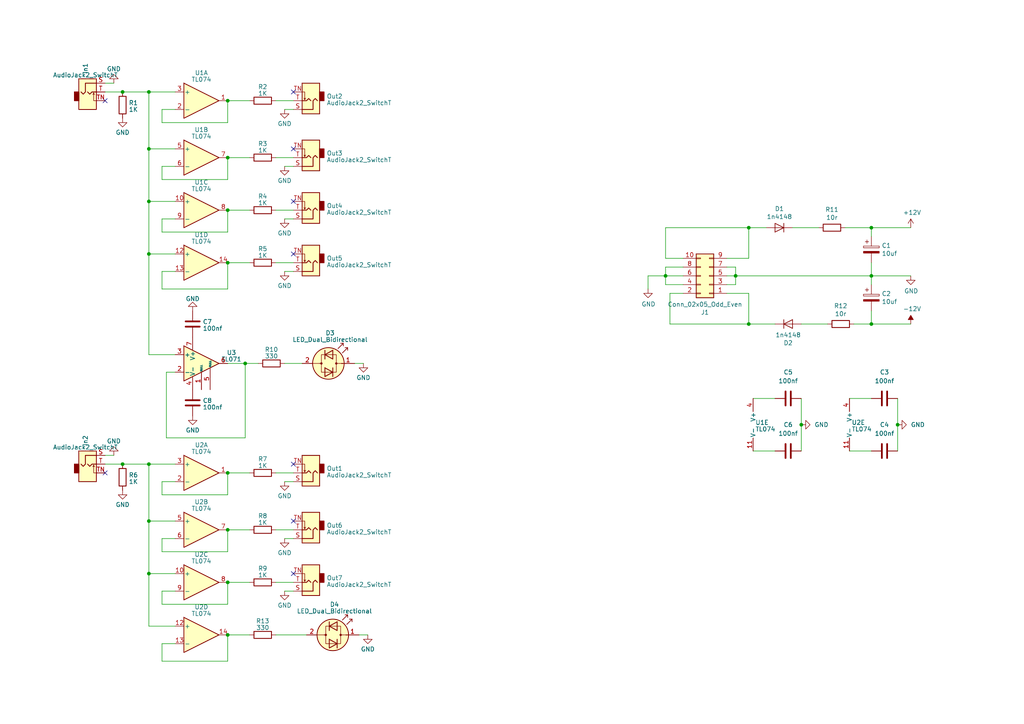
<source format=kicad_sch>
(kicad_sch (version 20230121) (generator eeschema)
  (paper "A4")
  (lib_symbols
    (symbol "Amplifier_Operational:TL071" (pin_names (offset 0.127))
      (property "Reference" "U" (at 0 6.35 0))
      (property "Value" "TL071" (at 0 3.81 0))
      (symbol "TL071_0_1"
        (polyline (pts (xy -5.08 5.08) (xy 5.08 0) (xy -5.08 -5.08) (xy -5.08 5.08)) (stroke (width 0.254)) (fill (type background)))
      )
      (symbol "TL071_1_1"
        (pin input line (at 0 -7.62 90) (length 5.08) (name "NULL") (number "1"))
        (pin input line (at -7.62 -2.54 0) (length 2.54) (name "-") (number "2"))
        (pin input line (at -7.62 2.54 0) (length 2.54) (name "+") (number "3"))
        (pin power_in line (at -2.54 -7.62 90) (length 3.81) (name "V-") (number "4"))
        (pin input line (at 2.54 -7.62 90) (length 6.35) (name "NULL") (number "5"))
        (pin output line (at 7.62 0 180) (length 2.54) (name "~") (number "6"))
        (pin power_in line (at -2.54 7.62 270) (length 3.81) (name "V+") (number "7"))
        (pin no_connect line (at 0 2.54 270) (length 2.54) hide (name "NC") (number "8"))
      )
    )
    (symbol "Amplifier_Operational:TL074" (pin_names (offset 0.127))
      (property "Reference" "U" (at 0 5.08 0))
      (property "Value" "TL074" (at 0 -5.08 0))
      (symbol "TL074_1_1"
        (polyline (pts (xy -5.08 5.08) (xy 5.08 0) (xy -5.08 -5.08) (xy -5.08 5.08)) (stroke (width 0.254)) (fill (type background)))
        (pin output line (at 7.62 0 180) (length 2.54) (name "~") (number "1"))
        (pin input line (at -7.62 -2.54 0) (length 2.54) (name "-") (number "2"))
        (pin input line (at -7.62 2.54 0) (length 2.54) (name "+") (number "3"))
      )
      (symbol "TL074_2_1"
        (polyline (pts (xy -5.08 5.08) (xy 5.08 0) (xy -5.08 -5.08) (xy -5.08 5.08)) (stroke (width 0.254)) (fill (type background)))
        (pin input line (at -7.62 2.54 0) (length 2.54) (name "+") (number "5"))
        (pin input line (at -7.62 -2.54 0) (length 2.54) (name "-") (number "6"))
        (pin output line (at 7.62 0 180) (length 2.54) (name "~") (number "7"))
      )
      (symbol "TL074_3_1"
        (polyline (pts (xy -5.08 5.08) (xy 5.08 0) (xy -5.08 -5.08) (xy -5.08 5.08)) (stroke (width 0.254)) (fill (type background)))
        (pin input line (at -7.62 2.54 0) (length 2.54) (name "+") (number "10"))
        (pin output line (at 7.62 0 180) (length 2.54) (name "~") (number "8"))
        (pin input line (at -7.62 -2.54 0) (length 2.54) (name "-") (number "9"))
      )
      (symbol "TL074_4_1"
        (polyline (pts (xy -5.08 5.08) (xy 5.08 0) (xy -5.08 -5.08) (xy -5.08 5.08)) (stroke (width 0.254)) (fill (type background)))
        (pin input line (at -7.62 2.54 0) (length 2.54) (name "+") (number "12"))
        (pin input line (at -7.62 -2.54 0) (length 2.54) (name "-") (number "13"))
        (pin output line (at 7.62 0 180) (length 2.54) (name "~") (number "14"))
      )
      (symbol "TL074_5_1"
        (pin power_in line (at -2.54 -7.62 90) (length 3.81) (name "V-") (number "11"))
        (pin power_in line (at -2.54 7.62 270) (length 3.81) (name "V+") (number "4"))
      )
    )
    (symbol "Connector_Audio:AudioJack2_SwitchT"
      (property "Reference" "J" (at 0 8.89 0))
      (property "Value" "AudioJack2_SwitchT" (at 0 6.35 0))
      (symbol "AudioJack2_SwitchT_0_1"
        (rectangle (start -2.54 0) (end -3.81 -2.54) (stroke (width 0.254)) (fill (type outline)))
        (polyline (pts (xy 1.778 -0.254) (xy 2.032 -0.762)))
        (polyline (pts (xy 0 0) (xy 0.635 -0.635) (xy 1.27 0) (xy 2.54 0)) (stroke (width 0.254)))
        (polyline (pts (xy 2.54 -2.54) (xy 1.778 -2.54) (xy 1.778 -0.254) (xy 1.524 -0.762)))
        (polyline (pts (xy 2.54 2.54) (xy -0.635 2.54) (xy -0.635 0) (xy -1.27 -0.635) (xy -1.905 0)) (stroke (width 0.254)))
        (rectangle (start 2.54 3.81) (end -2.54 -5.08) (stroke (width 0.254)) (fill (type background)))
      )
      (symbol "AudioJack2_SwitchT_1_1"
        (pin passive line (at 5.08 2.54 180) (length 2.54) (name "~") (number "S"))
        (pin passive line (at 5.08 0 180) (length 2.54) (name "~") (number "T"))
        (pin passive line (at 5.08 -2.54 180) (length 2.54) (name "~") (number "TN"))
      )
    )
    (symbol "Device:C" (pin_numbers hide) (pin_names (offset 0.254))
      (property "Reference" "C" (at 0.635 2.54 0))
      (property "Value" "C" (at 0.635 -2.54 0))
      (symbol "C_0_1"
        (polyline (pts (xy -2.032 -0.762) (xy 2.032 -0.762)) (stroke (width 0.508)))
        (polyline (pts (xy -2.032 0.762) (xy 2.032 0.762)) (stroke (width 0.508)))
      )
      (symbol "C_1_1"
        (pin passive line (at 0 3.81 270) (length 2.794) (name "~") (number "1"))
        (pin passive line (at 0 -3.81 90) (length 2.794) (name "~") (number "2"))
      )
    )
    (symbol "Device:LED_Dual_Bidirectional" (pin_names (offset 0) hide)
      (property "Reference" "D" (at 0 5.715 0))
      (property "Value" "LED_Dual_Bidirectional" (at 0 -6.35 0))
      (symbol "LED_Dual_Bidirectional_0_1"
        (circle (center -2.032 0) (radius 0.254) (fill (type outline)))
        (polyline (pts (xy -4.572 0) (xy -2.54 0)))
        (polyline (pts (xy -2.032 0) (xy -2.54 0)))
        (polyline (pts (xy -1.016 3.81) (xy -1.016 1.27)) (stroke (width 0.254)))
        (polyline (pts (xy 1.27 -1.27) (xy 1.27 -3.81)) (stroke (width 0.254)))
        (polyline (pts (xy 4.064 0) (xy 2.286 0)) (fill (type outline)))
        (polyline (pts (xy 4.318 5.842) (xy 4.318 5.08)) (stroke (width 0.2032)))
        (polyline (pts (xy 5.588 4.572) (xy 5.588 3.81)) (stroke (width 0.2032)))
        (polyline (pts (xy 2.794 4.318) (xy 4.318 5.842) (xy 3.556 5.842)) (stroke (width 0.2032)))
        (polyline (pts (xy 4.064 3.048) (xy 5.588 4.572) (xy 4.826 4.572)) (stroke (width 0.2032)))
        (polyline (pts (xy -1.016 -1.27) (xy -1.016 -3.81) (xy 1.27 -2.54) (xy -1.016 -1.27)) (stroke (width 0.254)))
        (polyline (pts (xy 1.27 3.81) (xy 1.27 1.27) (xy -1.016 2.54) (xy 1.27 3.81)) (stroke (width 0.254)))
        (polyline (pts (xy 2.286 2.54) (xy -2.032 2.54) (xy -2.032 -2.54) (xy 2.286 -2.54) (xy 2.286 2.54)))
        (circle (center 0 0) (radius 4.572) (stroke (width 0.254)) (fill (type background)))
        (circle (center 2.286 0) (radius 0.254) (fill (type outline)))
      )
      (symbol "LED_Dual_Bidirectional_1_1"
        (pin input line (at 7.62 0 180) (length 3.81) (name "KA") (number "1"))
        (pin input line (at -7.62 0 0) (length 3.048) (name "AK") (number "2"))
      )
    )
    (symbol "Device:R" (pin_numbers hide) (pin_names (offset 0))
      (property "Reference" "R" (at 2.032 0 90))
      (property "Value" "R" (at 0 0 90))
      (symbol "R_0_1"
        (rectangle (start -1.016 -2.54) (end 1.016 2.54) (stroke (width 0.254)))
      )
      (symbol "R_1_1"
        (pin passive line (at 0 3.81 270) (length 1.27) (name "~") (number "1"))
        (pin passive line (at 0 -3.81 90) (length 1.27) (name "~") (number "2"))
      )
    )
    (symbol "NanoGris-rescue:+12V-power-GridsNanoV3-rescue" (power) (pin_names (offset 0))
      (property "Value" "+12V-power-GridsNanoV3-rescue" (at 0 3.556 0))
      (symbol "+12V-power-GridsNanoV3-rescue_0_1"
        (polyline (pts (xy -0.762 1.27) (xy 0 2.54)))
        (polyline (pts (xy 0 0) (xy 0 2.54)))
        (polyline (pts (xy 0 2.54) (xy 0.762 1.27)))
      )
      (symbol "+12V-power-GridsNanoV3-rescue_1_1"
        (pin power_in line (at 0 0 90) (length 0) hide (name "+12V") (number "1"))
      )
    )
    (symbol "NanoGris-rescue:-12V-power-GridsNanoV3-rescue" (power) (pin_names (offset 0))
      (property "Value" "-12V-power-GridsNanoV3-rescue" (at 0 3.81 0))
      (symbol "-12V-power-GridsNanoV3-rescue_0_0"
        (pin power_in line (at 0 0 90) (length 0) hide (name "-12V") (number "1"))
      )
      (symbol "-12V-power-GridsNanoV3-rescue_0_1"
        (polyline (pts (xy 0 0) (xy 0 1.27) (xy 0.762 1.27) (xy 0 2.54) (xy -0.762 1.27) (xy 0 1.27)) (fill (type outline)))
      )
    )
    (symbol "NanoGris-rescue:CP-Device-GridsNanoV3-rescue" (pin_numbers hide) (pin_names (offset 0.254))
      (property "Reference" "C" (at 0.635 2.54 0))
      (property "Value" "CP-Device-GridsNanoV3-rescue" (at 0.635 -2.54 0))
      (symbol "CP-Device-GridsNanoV3-rescue_0_1"
        (rectangle (start -2.286 0.508) (end 2.286 1.016))
        (polyline (pts (xy -1.778 2.286) (xy -0.762 2.286)))
        (polyline (pts (xy -1.27 2.794) (xy -1.27 1.778)))
        (rectangle (start 2.286 -0.508) (end -2.286 -1.016) (fill (type outline)))
      )
      (symbol "CP-Device-GridsNanoV3-rescue_1_1"
        (pin passive line (at 0 3.81 270) (length 2.794) (name "~") (number "1"))
        (pin passive line (at 0 -3.81 90) (length 2.794) (name "~") (number "2"))
      )
    )
    (symbol "NanoGris-rescue:Conn_02x05_Odd_Even-Connector_Generic-GridsNanoV3-rescue" (pin_names (offset 1.016) hide)
      (property "Reference" "J" (at 1.27 7.62 0))
      (property "Value" "Conn_02x05_Odd_Even-Connector_Generic-GridsNanoV3-rescue" (at 1.27 -7.62 0))
      (symbol "Conn_02x05_Odd_Even-Connector_Generic-GridsNanoV3-rescue_1_1"
        (rectangle (start -1.27 -4.953) (end 0 -5.207) (stroke (width 0.1524)))
        (rectangle (start -1.27 -2.413) (end 0 -2.667) (stroke (width 0.1524)))
        (rectangle (start -1.27 0.127) (end 0 -0.127) (stroke (width 0.1524)))
        (rectangle (start -1.27 2.667) (end 0 2.413) (stroke (width 0.1524)))
        (rectangle (start -1.27 5.207) (end 0 4.953) (stroke (width 0.1524)))
        (rectangle (start -1.27 6.35) (end 3.81 -6.35) (stroke (width 0.254)) (fill (type background)))
        (rectangle (start 3.81 -4.953) (end 2.54 -5.207) (stroke (width 0.1524)))
        (rectangle (start 3.81 -2.413) (end 2.54 -2.667) (stroke (width 0.1524)))
        (rectangle (start 3.81 0.127) (end 2.54 -0.127) (stroke (width 0.1524)))
        (rectangle (start 3.81 2.667) (end 2.54 2.413) (stroke (width 0.1524)))
        (rectangle (start 3.81 5.207) (end 2.54 4.953) (stroke (width 0.1524)))
        (pin passive line (at -5.08 5.08 0) (length 3.81) (name "Pin_1") (number "1"))
        (pin passive line (at 7.62 -5.08 180) (length 3.81) (name "Pin_10") (number "10"))
        (pin passive line (at 7.62 5.08 180) (length 3.81) (name "Pin_2") (number "2"))
        (pin passive line (at -5.08 2.54 0) (length 3.81) (name "Pin_3") (number "3"))
        (pin passive line (at 7.62 2.54 180) (length 3.81) (name "Pin_4") (number "4"))
        (pin passive line (at -5.08 0 0) (length 3.81) (name "Pin_5") (number "5"))
        (pin passive line (at 7.62 0 180) (length 3.81) (name "Pin_6") (number "6"))
        (pin passive line (at -5.08 -2.54 0) (length 3.81) (name "Pin_7") (number "7"))
        (pin passive line (at 7.62 -2.54 180) (length 3.81) (name "Pin_8") (number "8"))
        (pin passive line (at -5.08 -5.08 0) (length 3.81) (name "Pin_9") (number "9"))
      )
    )
    (symbol "NanoGris-rescue:D-Device-GridsNanoV3-rescue" (pin_numbers hide) (pin_names (offset 1.016) hide)
      (property "Reference" "D" (at 0 2.54 0))
      (property "Value" "D-Device-GridsNanoV3-rescue" (at 0 -2.54 0))
      (symbol "D-Device-GridsNanoV3-rescue_0_1"
        (polyline (pts (xy -1.27 1.27) (xy -1.27 -1.27)) (stroke (width 0.2032)))
        (polyline (pts (xy 1.27 0) (xy -1.27 0)))
        (polyline (pts (xy 1.27 1.27) (xy 1.27 -1.27) (xy -1.27 0) (xy 1.27 1.27)) (stroke (width 0.2032)))
      )
      (symbol "D-Device-GridsNanoV3-rescue_1_1"
        (pin passive line (at -3.81 0 0) (length 2.54) (name "K") (number "1"))
        (pin passive line (at 3.81 0 180) (length 2.54) (name "A") (number "2"))
      )
    )
    (symbol "NanoGris-rescue:GND-power-GridsNanoV3-rescue" (power) (pin_names (offset 0))
      (property "Value" "GND-power-GridsNanoV3-rescue" (at 0 -3.81 0))
      (symbol "GND-power-GridsNanoV3-rescue_0_1"
        (polyline (pts (xy 0 0) (xy 0 -1.27) (xy 1.27 -1.27) (xy 0 -2.54) (xy -1.27 -1.27) (xy 0 -1.27)))
      )
      (symbol "GND-power-GridsNanoV3-rescue_1_1"
        (pin power_in line (at 0 0 270) (length 0) hide (name "GND") (number "1"))
      )
    )
    (symbol "NanoGris-rescue:R-Device-GridsNanoV3-rescue" (pin_numbers hide) (pin_names (offset 0))
      (property "Reference" "R" (at 2.032 0 90))
      (property "Value" "R-Device-GridsNanoV3-rescue" (at 0 0 90))
      (symbol "R-Device-GridsNanoV3-rescue_0_1"
        (rectangle (start -1.016 -2.54) (end 1.016 2.54) (stroke (width 0.254)))
      )
      (symbol "R-Device-GridsNanoV3-rescue_1_1"
        (pin passive line (at 0 3.81 270) (length 1.27) (name "~") (number "1"))
        (pin passive line (at 0 -3.81 90) (length 1.27) (name "~") (number "2"))
      )
    )
    (symbol "power:GND" (power) (pin_names (offset 0))
      (property "Value" "GND" (at 0 -3.81 0))
      (symbol "GND_0_1"
        (polyline (pts (xy 0 0) (xy 0 -1.27) (xy 1.27 -1.27) (xy 0 -2.54) (xy -1.27 -1.27) (xy 0 -1.27)))
      )
      (symbol "GND_1_1"
        (pin power_in line (at 0 0 270) (length 0) hide (name "GND") (number "1"))
      )
    )
  )
  (junction (at 43.18 151.13))
  (junction (at 66.04 60.96))
  (junction (at 193.04 80.01))
  (junction (at 43.18 43.18))
  (junction (at 35.56 134.62))
  (junction (at 232.41 123.19))
  (junction (at 66.04 29.21))
  (junction (at 252.73 93.98))
  (junction (at 66.04 45.72))
  (junction (at 71.12 105.41))
  (junction (at 217.17 93.98))
  (junction (at 66.04 184.15))
  (junction (at 35.56 26.67))
  (junction (at 43.18 134.62))
  (junction (at 217.17 66.04))
  (junction (at 43.18 26.67))
  (junction (at 260.35 123.19))
  (junction (at 66.04 168.91))
  (junction (at 66.04 137.16))
  (junction (at 213.36 80.01))
  (junction (at 43.18 166.37))
  (junction (at 66.04 153.67))
  (junction (at 43.18 58.42))
  (junction (at 252.73 66.04))
  (junction (at 43.18 73.66))
  (junction (at 66.04 76.2))
  (junction (at 252.73 80.01))
  (no_connect (at 85.09 166.37))
  (no_connect (at 85.09 58.42))
  (no_connect (at 85.09 134.62))
  (no_connect (at 30.48 137.16))
  (no_connect (at 85.09 73.66))
  (no_connect (at 85.09 26.67))
  (no_connect (at 30.48 29.21))
  (no_connect (at 85.09 43.18))
  (no_connect (at 85.09 151.13))
  (wire (pts (xy 43.18 73.66) (xy 43.18 102.87)))
  (wire (pts (xy 193.04 80.01) (xy 193.04 82.55)))
  (wire (pts (xy 80.01 29.21) (xy 85.09 29.21)))
  (wire (pts (xy 43.18 58.42) (xy 43.18 73.66)))
  (wire (pts (xy 46.99 171.45) (xy 50.8 171.45)))
  (wire (pts (xy 46.99 143.51) (xy 66.04 143.51)))
  (wire (pts (xy 46.99 31.75) (xy 46.99 35.56)))
  (wire (pts (xy 43.18 151.13) (xy 50.8 151.13)))
  (wire (pts (xy 66.04 153.67) (xy 72.39 153.67)))
  (wire (pts (xy 260.35 123.19) (xy 260.35 130.81)))
  (wire (pts (xy 85.09 168.91) (xy 80.01 168.91)))
  (wire (pts (xy 43.18 26.67) (xy 43.18 43.18)))
  (wire (pts (xy 82.55 171.45) (xy 85.09 171.45)))
  (wire (pts (xy 46.99 175.26) (xy 46.99 171.45)))
  (wire (pts (xy 252.73 66.04) (xy 252.73 68.58)))
  (wire (pts (xy 46.99 156.21) (xy 50.8 156.21)))
  (wire (pts (xy 210.82 77.47) (xy 213.36 77.47)))
  (wire (pts (xy 193.04 77.47) (xy 193.04 80.01)))
  (wire (pts (xy 43.18 102.87) (xy 50.8 102.87)))
  (wire (pts (xy 85.09 60.96) (xy 80.01 60.96)))
  (wire (pts (xy 66.04 137.16) (xy 72.39 137.16)))
  (wire (pts (xy 224.79 115.57) (xy 218.44 115.57)))
  (wire (pts (xy 213.36 82.55) (xy 210.82 82.55)))
  (wire (pts (xy 245.11 66.04) (xy 252.73 66.04)))
  (wire (pts (xy 46.99 35.56) (xy 66.04 35.56)))
  (wire (pts (xy 66.04 168.91) (xy 72.39 168.91)))
  (wire (pts (xy 210.82 80.01) (xy 213.36 80.01)))
  (wire (pts (xy 43.18 151.13) (xy 43.18 166.37)))
  (wire (pts (xy 43.18 181.61) (xy 50.8 181.61)))
  (wire (pts (xy 80.01 137.16) (xy 85.09 137.16)))
  (wire (pts (xy 105.41 105.41) (xy 102.87 105.41)))
  (wire (pts (xy 66.04 76.2) (xy 72.39 76.2)))
  (wire (pts (xy 232.41 115.57) (xy 232.41 123.19)))
  (wire (pts (xy 252.73 93.98) (xy 252.73 90.17)))
  (wire (pts (xy 66.04 160.02) (xy 46.99 160.02)))
  (wire (pts (xy 66.04 143.51) (xy 66.04 137.16)))
  (wire (pts (xy 252.73 80.01) (xy 264.16 80.01)))
  (wire (pts (xy 193.04 74.93) (xy 193.04 66.04)))
  (wire (pts (xy 80.01 153.67) (xy 85.09 153.67)))
  (wire (pts (xy 43.18 43.18) (xy 43.18 58.42)))
  (wire (pts (xy 198.12 74.93) (xy 193.04 74.93)))
  (wire (pts (xy 43.18 166.37) (xy 43.18 181.61)))
  (wire (pts (xy 43.18 134.62) (xy 43.18 151.13)))
  (wire (pts (xy 46.99 78.74) (xy 50.8 78.74)))
  (wire (pts (xy 66.04 191.77) (xy 46.99 191.77)))
  (wire (pts (xy 193.04 66.04) (xy 217.17 66.04)))
  (wire (pts (xy 66.04 35.56) (xy 66.04 29.21)))
  (wire (pts (xy 33.02 132.08) (xy 30.48 132.08)))
  (wire (pts (xy 187.96 80.01) (xy 187.96 83.82)))
  (wire (pts (xy 46.99 191.77) (xy 46.99 186.69)))
  (wire (pts (xy 66.04 29.21) (xy 72.39 29.21)))
  (wire (pts (xy 48.26 127) (xy 71.12 127)))
  (wire (pts (xy 66.04 83.82) (xy 46.99 83.82)))
  (wire (pts (xy 224.79 93.98) (xy 217.17 93.98)))
  (wire (pts (xy 46.99 63.5) (xy 50.8 63.5)))
  (wire (pts (xy 82.55 63.5) (xy 85.09 63.5)))
  (wire (pts (xy 82.55 48.26) (xy 85.09 48.26)))
  (wire (pts (xy 35.56 26.67) (xy 43.18 26.67)))
  (wire (pts (xy 217.17 93.98) (xy 194.31 93.98)))
  (wire (pts (xy 46.99 139.7) (xy 46.99 143.51)))
  (wire (pts (xy 43.18 26.67) (xy 50.8 26.67)))
  (wire (pts (xy 46.99 48.26) (xy 50.8 48.26)))
  (wire (pts (xy 252.73 115.57) (xy 246.38 115.57)))
  (wire (pts (xy 46.99 186.69) (xy 50.8 186.69)))
  (wire (pts (xy 66.04 168.91) (xy 66.04 175.26)))
  (wire (pts (xy 66.04 153.67) (xy 66.04 160.02)))
  (wire (pts (xy 194.31 93.98) (xy 194.31 85.09)))
  (wire (pts (xy 213.36 77.47) (xy 213.36 80.01)))
  (wire (pts (xy 82.55 31.75) (xy 85.09 31.75)))
  (wire (pts (xy 229.87 66.04) (xy 237.49 66.04)))
  (wire (pts (xy 48.26 107.95) (xy 48.26 127)))
  (wire (pts (xy 46.99 160.02) (xy 46.99 156.21)))
  (wire (pts (xy 198.12 80.01) (xy 193.04 80.01)))
  (wire (pts (xy 66.04 60.96) (xy 72.39 60.96)))
  (wire (pts (xy 217.17 74.93) (xy 210.82 74.93)))
  (wire (pts (xy 252.73 76.2) (xy 252.73 80.01)))
  (wire (pts (xy 213.36 80.01) (xy 213.36 82.55)))
  (wire (pts (xy 66.04 184.15) (xy 66.04 191.77)))
  (wire (pts (xy 217.17 85.09) (xy 217.17 93.98)))
  (wire (pts (xy 50.8 31.75) (xy 46.99 31.75)))
  (wire (pts (xy 35.56 134.62) (xy 43.18 134.62)))
  (wire (pts (xy 252.73 130.81) (xy 246.38 130.81)))
  (wire (pts (xy 43.18 73.66) (xy 50.8 73.66)))
  (wire (pts (xy 71.12 105.41) (xy 66.04 105.41)))
  (wire (pts (xy 193.04 82.55) (xy 198.12 82.55)))
  (wire (pts (xy 194.31 85.09) (xy 198.12 85.09)))
  (wire (pts (xy 43.18 43.18) (xy 50.8 43.18)))
  (wire (pts (xy 198.12 77.47) (xy 193.04 77.47)))
  (wire (pts (xy 82.55 78.74) (xy 85.09 78.74)))
  (wire (pts (xy 43.18 166.37) (xy 50.8 166.37)))
  (wire (pts (xy 66.04 67.31) (xy 46.99 67.31)))
  (wire (pts (xy 46.99 83.82) (xy 46.99 78.74)))
  (wire (pts (xy 74.93 105.41) (xy 71.12 105.41)))
  (wire (pts (xy 252.73 80.01) (xy 252.73 82.55)))
  (wire (pts (xy 50.8 139.7) (xy 46.99 139.7)))
  (wire (pts (xy 30.48 134.62) (xy 35.56 134.62)))
  (wire (pts (xy 46.99 67.31) (xy 46.99 63.5)))
  (wire (pts (xy 30.48 26.67) (xy 35.56 26.67)))
  (wire (pts (xy 87.63 105.41) (xy 82.55 105.41)))
  (wire (pts (xy 46.99 52.07) (xy 46.99 48.26)))
  (wire (pts (xy 66.04 45.72) (xy 66.04 52.07)))
  (wire (pts (xy 213.36 80.01) (xy 252.73 80.01)))
  (wire (pts (xy 71.12 127) (xy 71.12 105.41)))
  (wire (pts (xy 72.39 184.15) (xy 66.04 184.15)))
  (wire (pts (xy 210.82 85.09) (xy 217.17 85.09)))
  (wire (pts (xy 217.17 66.04) (xy 217.17 74.93)))
  (wire (pts (xy 252.73 93.98) (xy 264.16 93.98)))
  (wire (pts (xy 240.03 93.98) (xy 232.41 93.98)))
  (wire (pts (xy 82.55 156.21) (xy 85.09 156.21)))
  (wire (pts (xy 33.02 24.13) (xy 30.48 24.13)))
  (wire (pts (xy 66.04 60.96) (xy 66.04 67.31)))
  (wire (pts (xy 252.73 93.98) (xy 247.65 93.98)))
  (wire (pts (xy 224.79 130.81) (xy 218.44 130.81)))
  (wire (pts (xy 43.18 58.42) (xy 50.8 58.42)))
  (wire (pts (xy 82.55 139.7) (xy 85.09 139.7)))
  (wire (pts (xy 252.73 66.04) (xy 264.16 66.04)))
  (wire (pts (xy 48.26 107.95) (xy 50.8 107.95)))
  (wire (pts (xy 232.41 123.19) (xy 232.41 130.81)))
  (wire (pts (xy 106.68 184.15) (xy 104.14 184.15)))
  (wire (pts (xy 66.04 52.07) (xy 46.99 52.07)))
  (wire (pts (xy 66.04 45.72) (xy 72.39 45.72)))
  (wire (pts (xy 88.9 184.15) (xy 80.01 184.15)))
  (wire (pts (xy 66.04 175.26) (xy 46.99 175.26)))
  (wire (pts (xy 260.35 115.57) (xy 260.35 123.19)))
  (wire (pts (xy 43.18 134.62) (xy 50.8 134.62)))
  (wire (pts (xy 187.96 80.01) (xy 193.04 80.01)))
  (wire (pts (xy 66.04 76.2) (xy 66.04 83.82)))
  (wire (pts (xy 80.01 76.2) (xy 85.09 76.2)))
  (wire (pts (xy 217.17 66.04) (xy 222.25 66.04)))
  (wire (pts (xy 80.01 45.72) (xy 85.09 45.72)))
  (symbol (lib_id "Device:R") (at 78.74 105.41 90) (unit 1)
    (property "Reference" "R10" (at 78.74 101.3841 90))
    (property "Value" "330" (at 78.74 103.3051 90))
    (property "Footprint" "Resistor_THT:R_Axial_DIN0207_L6.3mm_D2.5mm_P2.54mm_Vertical" (effects hide))
  )
  (symbol (lib_id "NanoGris-rescue:D-Device-GridsNanoV3-rescue") (at 228.6 93.98 0) (unit 1)
    (property "Reference" "D2" (at 228.6 99.4664 0))
    (property "Value" "1n4148" (at 228.6 97.155 0))
    (property "Footprint" "Diode_THT:D_DO-35_SOD27_P7.62mm_Horizontal" (effects hide))
  )
  (symbol (lib_id "Amplifier_Operational:TL074") (at 58.42 137.16 0) (unit 1)
    (property "Reference" "U2" (at 58.42 129.0701 0))
    (property "Value" "TL074" (at 58.42 130.9911 0))
    (property "Datasheet" "http://www.ti.com/lit/ds/symlink/tl071.pdf" (effects hide))
  )
  (symbol (lib_id "NanoGris-rescue:CP-Device-GridsNanoV3-rescue") (at 252.73 86.36 0) (unit 1)
    (property "Reference" "C2" (at 255.7272 85.1916 0) (effects (justify left)))
    (property "Value" "10uf" (at 255.7272 87.503 0) (effects (justify left)))
    (property "Footprint" "Capacitor_THT:CP_Radial_D5.0mm_P2.50mm" (effects hide))
  )
  (symbol (lib_id "Device:R") (at 76.2 153.67 90) (unit 1)
    (property "Reference" "R8" (at 76.2 149.6441 90))
    (property "Value" "1K" (at 76.2 151.5651 90))
    (property "Footprint" "Resistor_THT:R_Axial_DIN0207_L6.3mm_D2.5mm_P2.54mm_Vertical" (effects hide))
  )
  (symbol (lib_id "power:GND") (at 105.41 105.41 0) (unit 1)
    (property "Reference" "#PWR020" (effects hide))
    (property "Value" "GND" (at 105.41 109.5455 0))
  )
  (symbol (lib_id "Device:R") (at 76.2 137.16 90) (unit 1)
    (property "Reference" "R7" (at 76.2 133.1341 90))
    (property "Value" "1K" (at 76.2 135.0551 90))
    (property "Footprint" "Resistor_THT:R_Axial_DIN0207_L6.3mm_D2.5mm_P2.54mm_Vertical" (effects hide))
  )
  (symbol (lib_id "Device:R") (at 76.2 76.2 90) (unit 1)
    (property "Reference" "R5" (at 76.2 72.1741 90))
    (property "Value" "1K" (at 76.2 74.0951 90))
    (property "Footprint" "Resistor_THT:R_Axial_DIN0207_L6.3mm_D2.5mm_P2.54mm_Vertical" (effects hide))
  )
  (symbol (lib_id "power:GND") (at 82.55 171.45 0) (unit 1)
    (property "Reference" "#PWR011" (effects hide))
    (property "Value" "GND" (at 82.55 175.5855 0))
  )
  (symbol (lib_id "Amplifier_Operational:TL071") (at 58.42 105.41 0) (unit 1)
    (property "Reference" "U3" (at 67.1456 102.2731 0))
    (property "Value" "TL071" (at 67.1456 104.1941 0))
    (property "Datasheet" "http://www.ti.com/lit/ds/symlink/tl071.pdf" (effects hide))
  )
  (symbol (lib_id "Device:R") (at 76.2 45.72 90) (unit 1)
    (property "Reference" "R3" (at 76.2 41.6941 90))
    (property "Value" "1K" (at 76.2 43.6151 90))
    (property "Footprint" "Resistor_THT:R_Axial_DIN0207_L6.3mm_D2.5mm_P2.54mm_Vertical" (effects hide))
  )
  (symbol (lib_id "NanoGris-rescue:D-Device-GridsNanoV3-rescue") (at 226.06 66.04 180) (unit 1)
    (property "Reference" "D1" (at 226.06 60.5536 0))
    (property "Value" "1n4148" (at 226.06 62.865 0))
    (property "Footprint" "Diode_THT:D_DO-35_SOD27_P7.62mm_Horizontal" (effects hide))
  )
  (symbol (lib_id "power:GND") (at 35.56 34.29 0) (unit 1)
    (property "Reference" "#PWR010" (effects hide))
    (property "Value" "GND" (at 35.56 38.4255 0))
  )
  (symbol (lib_id "Amplifier_Operational:TL074") (at 248.92 123.19 0) (unit 5)
    (property "Reference" "U2" (at 247.015 122.5463 0) (effects (justify left)))
    (property "Value" "TL074" (at 247.015 124.4673 0) (effects (justify left)))
    (property "Datasheet" "http://www.ti.com/lit/ds/symlink/tl071.pdf" (effects hide))
  )
  (symbol (lib_id "NanoGris-rescue:Conn_02x05_Odd_Even-Connector_Generic-GridsNanoV3-rescue") (at 205.74 80.01 180) (unit 1)
    (property "Reference" "J1" (at 204.47 90.6018 0))
    (property "Value" "Conn_02x05_Odd_Even" (at 204.47 88.2904 0))
    (property "Footprint" "Connector_IDC:IDC-Header_2x05_P2.54mm_Vertical" (effects hide))
  )
  (symbol (lib_id "Amplifier_Operational:TL074") (at 220.98 123.19 0) (unit 5)
    (property "Reference" "U1" (at 219.075 122.5463 0) (effects (justify left)))
    (property "Value" "TL074" (at 219.075 124.4673 0) (effects (justify left)))
    (property "Datasheet" "http://www.ti.com/lit/ds/symlink/tl071.pdf" (effects hide))
  )
  (symbol (lib_id "Connector_Audio:AudioJack2_SwitchT") (at 90.17 76.2 180) (unit 1)
    (property "Reference" "Out5" (at 94.742 74.9213 0) (effects (justify right)))
    (property "Value" "AudioJack2_SwitchT" (at 94.742 76.8423 0) (effects (justify right)))
    (property "Footprint" "Connector_Audio:Jack_3.5mm_QingPu_WQP-PJ398SM_Vertical_CircularHoles" (effects hide))
  )
  (symbol (lib_id "Device:LED_Dual_Bidirectional") (at 96.52 184.15 0) (unit 1)
    (property "Reference" "D4" (at 97.0153 175.3235 0))
    (property "Value" "LED_Dual_Bidirectional" (at 97.0153 177.2445 0))
  )
  (symbol (lib_id "Device:R") (at 76.2 29.21 90) (unit 1)
    (property "Reference" "R2" (at 76.2 25.1841 90))
    (property "Value" "1K" (at 76.2 27.1051 90))
    (property "Footprint" "Resistor_THT:R_Axial_DIN0207_L6.3mm_D2.5mm_P2.54mm_Vertical" (effects hide))
  )
  (symbol (lib_id "NanoGris-rescue:R-Device-GridsNanoV3-rescue") (at 241.3 66.04 270) (unit 1)
    (property "Reference" "R11" (at 241.3 60.7822 90))
    (property "Value" "10r" (at 241.3 63.0936 90))
    (property "Footprint" "Resistor_THT:R_Axial_DIN0207_L6.3mm_D2.5mm_P2.54mm_Vertical" (effects hide))
  )
  (symbol (lib_id "power:GND") (at 82.55 156.21 0) (unit 1)
    (property "Reference" "#PWR09" (effects hide))
    (property "Value" "GND" (at 82.55 160.3455 0))
  )
  (symbol (lib_id "Connector_Audio:AudioJack2_SwitchT") (at 90.17 153.67 180) (unit 1)
    (property "Reference" "Out6" (at 94.742 152.3913 0) (effects (justify right)))
    (property "Value" "AudioJack2_SwitchT" (at 94.742 154.3123 0) (effects (justify right)))
    (property "Footprint" "Connector_Audio:Jack_3.5mm_QingPu_WQP-PJ398SM_Vertical_CircularHoles" (effects hide))
  )
  (symbol (lib_id "Amplifier_Operational:TL074") (at 58.42 168.91 0) (unit 3)
    (property "Reference" "U2" (at 58.42 160.8201 0))
    (property "Value" "TL074" (at 58.42 162.7411 0))
    (property "Datasheet" "http://www.ti.com/lit/ds/symlink/tl071.pdf" (effects hide))
  )
  (symbol (lib_id "power:GND") (at 55.88 120.65 0) (unit 1)
    (property "Reference" "#PWR012" (effects hide))
    (property "Value" "GND" (at 55.88 124.7855 0))
  )
  (symbol (lib_id "power:GND") (at 106.68 184.15 0) (unit 1)
    (property "Reference" "#PWR021" (effects hide))
    (property "Value" "GND" (at 106.68 188.2855 0))
  )
  (symbol (lib_id "power:GND") (at 82.55 63.5 0) (unit 1)
    (property "Reference" "#PWR04" (effects hide))
    (property "Value" "GND" (at 82.55 67.6355 0))
  )
  (symbol (lib_id "Amplifier_Operational:TL074") (at 58.42 184.15 0) (unit 4)
    (property "Reference" "U2" (at 58.42 176.0601 0))
    (property "Value" "TL074" (at 58.42 177.9811 0))
    (property "Datasheet" "http://www.ti.com/lit/ds/symlink/tl071.pdf" (effects hide))
  )
  (symbol (lib_id "Connector_Audio:AudioJack2_SwitchT") (at 25.4 26.67 0) (unit 1)
    (property "Reference" "In1" (at 24.765 19.8501 90))
    (property "Value" "AudioJack2_SwitchT" (at 24.765 21.7711 0))
    (property "Footprint" "Connector_Audio:Jack_3.5mm_QingPu_WQP-PJ398SM_Vertical_CircularHoles" (effects hide))
  )
  (symbol (lib_id "Amplifier_Operational:TL074") (at 58.42 76.2 0) (unit 4)
    (property "Reference" "U1" (at 58.42 68.1101 0))
    (property "Value" "TL074" (at 58.42 70.0311 0))
    (property "Datasheet" "http://www.ti.com/lit/ds/symlink/tl071.pdf" (effects hide))
  )
  (symbol (lib_id "Device:R") (at 76.2 168.91 90) (unit 1)
    (property "Reference" "R9" (at 76.2 164.8841 90))
    (property "Value" "1K" (at 76.2 166.8051 90))
    (property "Footprint" "Resistor_THT:R_Axial_DIN0207_L6.3mm_D2.5mm_P2.54mm_Vertical" (effects hide))
  )
  (symbol (lib_id "NanoGris-rescue:GND-power-GridsNanoV3-rescue") (at 187.96 83.82 0) (unit 1)
    (property "Reference" "#PWR013" (effects hide))
    (property "Value" "GND" (at 188.087 88.2142 0))
  )
  (symbol (lib_id "NanoGris-rescue:CP-Device-GridsNanoV3-rescue") (at 252.73 72.39 0) (unit 1)
    (property "Reference" "C1" (at 255.7272 71.2216 0) (effects (justify left)))
    (property "Value" "10uf" (at 255.7272 73.533 0) (effects (justify left)))
    (property "Footprint" "Capacitor_THT:CP_Radial_D5.0mm_P2.50mm" (effects hide))
  )
  (symbol (lib_id "power:GND") (at 82.55 139.7 0) (unit 1)
    (property "Reference" "#PWR08" (effects hide))
    (property "Value" "GND" (at 82.55 143.8355 0))
  )
  (symbol (lib_id "Connector_Audio:AudioJack2_SwitchT") (at 25.4 134.62 0) (unit 1)
    (property "Reference" "In2" (at 24.765 127.8001 90))
    (property "Value" "AudioJack2_SwitchT" (at 24.765 129.7211 0))
    (property "Footprint" "Connector_Audio:Jack_3.5mm_QingPu_WQP-PJ398SM_Vertical_CircularHoles" (effects hide))
  )
  (symbol (lib_id "power:GND") (at 260.35 123.19 90) (unit 1)
    (property "Reference" "#PWR017" (effects hide))
    (property "Value" "GND" (at 264.16 123.1899 90) (effects (justify right)))
  )
  (symbol (lib_id "Connector_Audio:AudioJack2_SwitchT") (at 90.17 45.72 180) (unit 1)
    (property "Reference" "Out3" (at 94.742 44.4413 0) (effects (justify right)))
    (property "Value" "AudioJack2_SwitchT" (at 94.742 46.3623 0) (effects (justify right)))
    (property "Footprint" "Connector_Audio:Jack_3.5mm_QingPu_WQP-PJ398SM_Vertical_CircularHoles" (effects hide))
  )
  (symbol (lib_id "power:GND") (at 82.55 48.26 0) (unit 1)
    (property "Reference" "#PWR03" (effects hide))
    (property "Value" "GND" (at 82.55 52.3955 0))
  )
  (symbol (lib_id "power:GND") (at 35.56 142.24 0) (unit 1)
    (property "Reference" "#PWR07" (effects hide))
    (property "Value" "GND" (at 35.56 146.3755 0))
  )
  (symbol (lib_id "Amplifier_Operational:TL074") (at 58.42 153.67 0) (unit 2)
    (property "Reference" "U2" (at 58.42 145.5801 0))
    (property "Value" "TL074" (at 58.42 147.5011 0))
    (property "Datasheet" "http://www.ti.com/lit/ds/symlink/tl071.pdf" (effects hide))
  )
  (symbol (lib_id "power:GND") (at 232.41 123.19 90) (unit 1)
    (property "Reference" "#PWR018" (effects hide))
    (property "Value" "GND" (at 236.22 123.1899 90) (effects (justify right)))
  )
  (symbol (lib_id "Device:R") (at 35.56 138.43 180) (unit 1)
    (property "Reference" "R6" (at 37.338 137.7863 0) (effects (justify right)))
    (property "Value" "1K" (at 37.338 139.7073 0) (effects (justify right)))
    (property "Footprint" "Resistor_THT:R_Axial_DIN0207_L6.3mm_D2.5mm_P2.54mm_Vertical" (effects hide))
  )
  (symbol (lib_id "Device:C") (at 256.54 130.81 90) (unit 1)
    (property "Reference" "C4" (at 256.54 123.19 90))
    (property "Value" "100nf" (at 256.54 125.73 90))
    (property "Footprint" "Capacitor_THT:C_Disc_D5.0mm_W2.5mm_P2.50mm" (effects hide))
  )
  (symbol (lib_id "Connector_Audio:AudioJack2_SwitchT") (at 90.17 168.91 180) (unit 1)
    (property "Reference" "Out7" (at 94.742 167.6313 0) (effects (justify right)))
    (property "Value" "AudioJack2_SwitchT" (at 94.742 169.5523 0) (effects (justify right)))
    (property "Footprint" "Connector_Audio:Jack_3.5mm_QingPu_WQP-PJ398SM_Vertical_CircularHoles" (effects hide))
  )
  (symbol (lib_id "Device:R") (at 76.2 184.15 90) (unit 1)
    (property "Reference" "R13" (at 76.2 180.1241 90))
    (property "Value" "330" (at 76.2 182.0451 90))
    (property "Footprint" "Resistor_THT:R_Axial_DIN0207_L6.3mm_D2.5mm_P2.54mm_Vertical" (effects hide))
  )
  (symbol (lib_id "Amplifier_Operational:TL074") (at 58.42 45.72 0) (unit 2)
    (property "Reference" "U1" (at 58.42 37.6301 0))
    (property "Value" "TL074" (at 58.42 39.5511 0))
    (property "Datasheet" "http://www.ti.com/lit/ds/symlink/tl071.pdf" (effects hide))
  )
  (symbol (lib_id "NanoGris-rescue:+12V-power-GridsNanoV3-rescue") (at 264.16 66.04 0) (unit 1)
    (property "Reference" "#PWR014" (effects hide))
    (property "Value" "+12V" (at 264.541 61.6458 0))
  )
  (symbol (lib_id "Amplifier_Operational:TL074") (at 58.42 60.96 0) (unit 3)
    (property "Reference" "U1" (at 58.42 52.8701 0))
    (property "Value" "TL074" (at 58.42 54.7911 0))
    (property "Datasheet" "http://www.ti.com/lit/ds/symlink/tl071.pdf" (effects hide))
  )
  (symbol (lib_id "NanoGris-rescue:R-Device-GridsNanoV3-rescue") (at 243.84 93.98 90) (unit 1)
    (property "Reference" "R12" (at 243.84 88.7222 90))
    (property "Value" "10r" (at 243.84 91.0336 90))
    (property "Footprint" "Resistor_THT:R_Axial_DIN0207_L6.3mm_D2.5mm_P2.54mm_Vertical" (effects hide))
  )
  (symbol (lib_id "power:GND") (at 55.88 90.17 180) (unit 1)
    (property "Reference" "#PWR019" (effects hide))
    (property "Value" "GND" (at 55.88 86.6681 0))
  )
  (symbol (lib_id "power:GND") (at 82.55 78.74 0) (unit 1)
    (property "Reference" "#PWR05" (effects hide))
    (property "Value" "GND" (at 82.55 82.8755 0))
  )
  (symbol (lib_id "Device:C") (at 256.54 115.57 90) (unit 1)
    (property "Reference" "C3" (at 256.54 107.95 90))
    (property "Value" "100nf" (at 256.54 110.49 90))
    (property "Footprint" "Capacitor_THT:C_Disc_D5.0mm_W2.5mm_P2.50mm" (effects hide))
  )
  (symbol (lib_id "Device:C") (at 228.6 115.57 90) (unit 1)
    (property "Reference" "C5" (at 228.6 107.95 90))
    (property "Value" "100nf" (at 228.6 110.49 90))
    (property "Footprint" "Capacitor_THT:C_Disc_D5.0mm_W2.5mm_P2.50mm" (effects hide))
  )
  (symbol (lib_id "power:GND") (at 33.02 132.08 180) (unit 1)
    (property "Reference" "#PWR06" (effects hide))
    (property "Value" "GND" (at 33.02 127.9445 0))
  )
  (symbol (lib_id "Amplifier_Operational:TL074") (at 58.42 29.21 0) (unit 1)
    (property "Reference" "U1" (at 58.42 21.1201 0))
    (property "Value" "TL074" (at 58.42 23.0411 0))
    (property "Datasheet" "http://www.ti.com/lit/ds/symlink/tl071.pdf" (effects hide))
  )
  (symbol (lib_id "Device:LED_Dual_Bidirectional") (at 95.25 105.41 0) (unit 1)
    (property "Reference" "D3" (at 95.7453 96.5835 0))
    (property "Value" "LED_Dual_Bidirectional" (at 95.7453 98.5045 0))
  )
  (symbol (lib_id "Connector_Audio:AudioJack2_SwitchT") (at 90.17 60.96 180) (unit 1)
    (property "Reference" "Out4" (at 94.742 59.6813 0) (effects (justify right)))
    (property "Value" "AudioJack2_SwitchT" (at 94.742 61.6023 0) (effects (justify right)))
    (property "Footprint" "Connector_Audio:Jack_3.5mm_QingPu_WQP-PJ398SM_Vertical_CircularHoles" (effects hide))
  )
  (symbol (lib_id "Device:C") (at 55.88 93.98 180) (unit 1)
    (property "Reference" "C7" (at 58.801 93.3363 0) (effects (justify right)))
    (property "Value" "100nf" (at 58.801 95.2573 0) (effects (justify right)))
    (property "Footprint" "Capacitor_THT:C_Disc_D5.0mm_W2.5mm_P2.50mm" (effects hide))
  )
  (symbol (lib_id "Device:C") (at 55.88 116.84 180) (unit 1)
    (property "Reference" "C8" (at 58.801 116.1963 0) (effects (justify right)))
    (property "Value" "100nf" (at 58.801 118.1173 0) (effects (justify right)))
    (property "Footprint" "Capacitor_THT:C_Disc_D5.0mm_W2.5mm_P2.50mm" (effects hide))
  )
  (symbol (lib_id "Device:C") (at 228.6 130.81 90) (unit 1)
    (property "Reference" "C6" (at 228.6 123.19 90))
    (property "Value" "100nf" (at 228.6 125.73 90))
    (property "Footprint" "Capacitor_THT:C_Disc_D5.0mm_W2.5mm_P2.50mm" (effects hide))
  )
  (symbol (lib_id "power:GND") (at 33.02 24.13 180) (unit 1)
    (property "Reference" "#PWR01" (effects hide))
    (property "Value" "GND" (at 33.02 19.9945 0))
  )
  (symbol (lib_id "Connector_Audio:AudioJack2_SwitchT") (at 90.17 29.21 180) (unit 1)
    (property "Reference" "Out2" (at 94.742 27.9313 0) (effects (justify right)))
    (property "Value" "AudioJack2_SwitchT" (at 94.742 29.8523 0) (effects (justify right)))
    (property "Footprint" "Connector_Audio:Jack_3.5mm_QingPu_WQP-PJ398SM_Vertical_CircularHoles" (effects hide))
  )
  (symbol (lib_id "Device:R") (at 35.56 30.48 180) (unit 1)
    (property "Reference" "R1" (at 37.338 29.8363 0) (effects (justify right)))
    (property "Value" "1K" (at 37.338 31.7573 0) (effects (justify right)))
    (property "Footprint" "Resistor_THT:R_Axial_DIN0207_L6.3mm_D2.5mm_P2.54mm_Vertical" (effects hide))
  )
  (symbol (lib_id "power:GND") (at 82.55 31.75 0) (unit 1)
    (property "Reference" "#PWR02" (effects hide))
    (property "Value" "GND" (at 82.55 35.8855 0))
  )
  (symbol (lib_id "Connector_Audio:AudioJack2_SwitchT") (at 90.17 137.16 180) (unit 1)
    (property "Reference" "Out1" (at 94.742 135.8813 0) (effects (justify right)))
    (property "Value" "AudioJack2_SwitchT" (at 94.742 137.8023 0) (effects (justify right)))
    (property "Footprint" "Connector_Audio:Jack_3.5mm_QingPu_WQP-PJ398SM_Vertical_CircularHoles" (effects hide))
  )
  (symbol (lib_id "NanoGris-rescue:-12V-power-GridsNanoV3-rescue") (at 264.16 93.98 0) (unit 1)
    (property "Reference" "#PWR016" (effects hide))
    (property "Value" "-12V" (at 264.541 89.5858 0))
  )
  (symbol (lib_id "NanoGris-rescue:GND-power-GridsNanoV3-rescue") (at 264.16 80.01 0) (unit 1)
    (property "Reference" "#PWR015" (effects hide))
    (property "Value" "GND" (at 264.287 84.4042 0))
  )
  (symbol (lib_id "Device:R") (at 76.2 60.96 90) (unit 1)
    (property "Reference" "R4" (at 76.2 56.9341 90))
    (property "Value" "1K" (at 76.2 58.8551 90))
    (property "Footprint" "Resistor_THT:R_Axial_DIN0207_L6.3mm_D2.5mm_P2.54mm_Vertical" (effects hide))
  )
)
</source>
